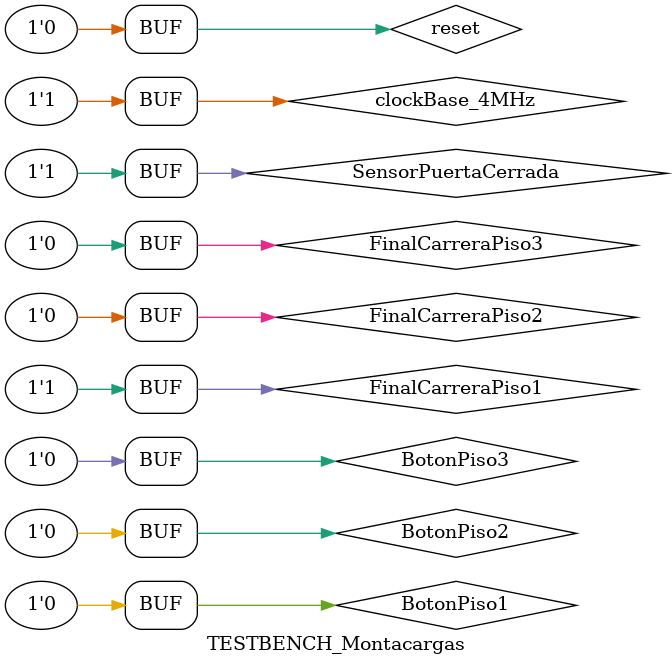
<source format=v>
`timescale 1 ms / 1 ns


module TESTBENCH_Montacargas;

	// Inputs
	reg clockBase_4MHz;
	reg reset;
	reg BotonPiso1;
	reg BotonPiso2;
	reg BotonPiso3;
	reg SensorPuertaCerrada;
	reg FinalCarreraPiso1;
	reg FinalCarreraPiso2;
	reg FinalCarreraPiso3;

	// Outputs
	wire [1:0] DriverMotor;
	wire [6:0] SieteSegmentos;
	wire [2:0] HabilitaDisplay;

	// Instantiate the Unit Under Test (UUT)
	Montacargas uut (
		.clockBase_4MHz(clockBase_4MHz), 
		.reset(reset), 
		.BotonPiso1(BotonPiso1), 
		.BotonPiso2(BotonPiso2), 
		.BotonPiso3(BotonPiso3), 
		.SensorPuertaCerrada(SensorPuertaCerrada), 
		.FinalCarreraPiso1(FinalCarreraPiso1), 
		.FinalCarreraPiso2(FinalCarreraPiso2), 
		.FinalCarreraPiso3(FinalCarreraPiso3), 
		.DriverMotor(DriverMotor), 
		.SieteSegmentos(SieteSegmentos), 
		.HabilitaDisplay(HabilitaDisplay)
	);
	
	// Simulación del clock.
	parameter PERIOD = 0.000250; //T=250ns , f=4MHz.
	always begin
		clockBase_4MHz = 1'b0;
		#(PERIOD/2) clockBase_4MHz = 1'b1;
		#(PERIOD/2);
	end

	initial begin
		// Initialize Inputs
		reset = 1;
		BotonPiso1 = 0;
		BotonPiso2 = 0;
		BotonPiso3 = 0;
		SensorPuertaCerrada = 1;
		FinalCarreraPiso1 = 0;
		FinalCarreraPiso2 = 0;
		FinalCarreraPiso3 = 0;
		#4000; //4s
		reset = 0;

		// Se activa el sensor FC1, ya que el estado inicial es BajarPiso1. Entonces, con esto, queda en 
		//Piso1.
		#10000; //10segundos
		FinalCarreraPiso1 = 1;
    
    
	 
		// Se activa P3 para que proceda a subir.
		#4000; //4s
		BotonPiso3 = 1;
		FinalCarreraPiso1 = 0;
		#500; //500ms
		BotonPiso3 = 0;
		
		// Se activa el sensor FC2 para ver posibles errores. Dicho estímulo no debería obtener respuesta de la 
		//máquina. Luego, se activa el sensor FC3 para que quede en Piso3.
		#10000; //10segundos
		FinalCarreraPiso2 = 1;
		#1000; //1s
		FinalCarreraPiso2 = 0;
		#10000; //10segundos
		FinalCarreraPiso3 = 1;
		
		
		
		// Se espera 1 minuto en desuso estando en Piso3. Como la puerta permanece cerrada, 
		//pasará a bajar al Piso1. Luego se activa FC1 y queda quieto en Piso1.
		#60000;
		FinalCarreraPiso3 = 0;
		#10000; //10segundos
		FinalCarreraPiso1 = 1;
	

	
		// Se activa P2 para que suba a Piso2.
		#4000; //4s
		BotonPiso2 = 1;
		FinalCarreraPiso1 = 0;
		#500; //500ms
		BotonPiso2 = 0;
		
		 // Se activa el sensor FC2 para que quede en P2, y se deja la puerta abierta (SPC=0).
		#10000; //10segundos
		FinalCarreraPiso2 = 1;//------------------------>ta=124seg
		SensorPuertaCerrada = 0;  //SE ABRE LA PUERTA


		
		// Se espera 1 min en desuso para que proceda a ir al piso 1 CUANDO se cierra la puerta. Es decir, 
		//recién 10 seg después del minuto en desuso es que procede a bajar a Piso1, debido a que ahí es 
		//donde se cierra la puerta (SPC=1).
		#60000; //1minuto-------------------------------->ta=184seg
		#10000; //10segundos
		SensorPuertaCerrada = 1;  //SE CIERRA LA PUERTA--ta=194
		FinalCarreraPiso2 = 0;
		
		// Se activa FC1 para que quede en Piso1. También se abre la puerta (SPC=0).
		#10000; //10segundos
		FinalCarreraPiso1 = 1;//------------------------->ta=184seg
		SensorPuertaCerrada = 0; //SE ABRE LA PUERTA
	

	
		// Se activa P3, pero no responde porque la puerta está abierta. Luego, se cierra la puerta (SPC=1) y 
		//se presiona de nuevo P3, con lo cual, esta vez sí subirá a Piso3.
		#4000; //4s
		BotonPiso3 = 1;
		#500; //500ms
		BotonPiso3 = 0;
		#2000; //2s
		SensorPuertaCerrada = 1;  //SE CIERRA LA PUERTA
		#2000; //2s
		BotonPiso3 = 1;//------------------------------->ta=212.5seg
		FinalCarreraPiso1 = 0;
		#500; //500ms
		BotonPiso3 = 0;
	
		// Se activa el FC2, ya que pasa por ahí el montacargas. No debe responder a dicho estimulo.
		//Luego se activa FC3 indicando que ya llegó a Piso3, y se abre la puerta (SPC=0).
		#10000; //10segundos
		FinalCarreraPiso2 = 1;
		#1000; //1s
		FinalCarreraPiso2 = 0;
		#10000; //10segundos
		FinalCarreraPiso3 = 1;//------------------------->ta=234seg
		SensorPuertaCerrada = 0;  //SE ABRE LA PUERTA
	

	
		// Se hace permanecer 30 seg en total detenido en Piso3. En ese tramo se prueba presionar P2 con la puerta
		//abierta y no debe de responder a dicho estímulo. Luego, se cierra la puerta y se presiona P2 de nuevo.
		#4000; //4s
		BotonPiso2 = 1;
		#500; //500ms
		BotonPiso2 = 0;
		#21500; //21.5s
		SensorPuertaCerrada = 1;  //SE CIERRA LA PUERTA
		#4000; //4s
		BotonPiso2 = 1;//--------------------------------->ta=264seg
		FinalCarreraPiso3 = 0;
		#500; //500ms
		BotonPiso2 = 0;

		// Se activa FC2 indicando que ya llegó a Piso2, y se abre la puerta (SPC=0).
		#10000; //10segundos
		FinalCarreraPiso2 = 1;//--------------------------->ta=274.5seg
		SensorPuertaCerrada = 0;  //SE ABRE LA PUERTA
		
		
		
		// La idea es que permanezca un total de 30seg en Piso2. Se presiona P1 pero no responde porque la puerta 
		//está abierta. Luego, se cierra la puerta y nuevamentese se activa P1, con lo cual, procederá a BajarPiso1.
		#4000; //4s
		BotonPiso1 = 1;
		#500; //500ms
		BotonPiso1 = 0;
		#21500; //21.5s
		SensorPuertaCerrada = 1;  //SE CIERRA LA PUERTA
		#4000; //4s
		BotonPiso1 = 1;//--------------------------------->ta=304.5seg
		FinalCarreraPiso2 = 0;
		#500; //500ms
		BotonPiso1 = 0;
		
		// Finalmente, se activa FC1 para que quede en Piso1.
		#10000; //10segundos
		FinalCarreraPiso1 = 1;//--------------------------->ta=315seg

		
		
		
	end
	
endmodule


</source>
